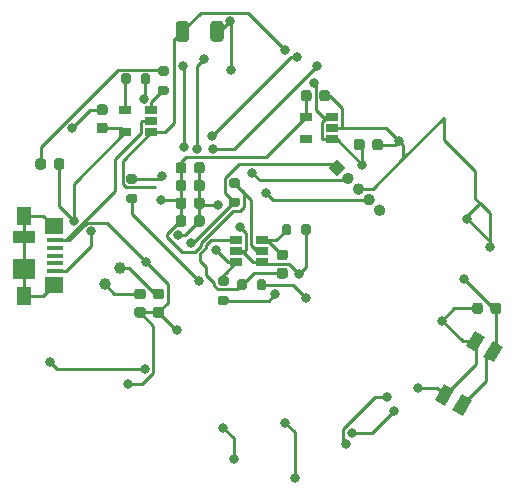
<source format=gbr>
%TF.GenerationSoftware,KiCad,Pcbnew,5.1.8-1.fc33*%
%TF.CreationDate,2020-12-25T13:36:26+01:00*%
%TF.ProjectId,lightring,6c696768-7472-4696-9e67-2e6b69636164,rev?*%
%TF.SameCoordinates,Original*%
%TF.FileFunction,Copper,L2,Bot*%
%TF.FilePolarity,Positive*%
%FSLAX46Y46*%
G04 Gerber Fmt 4.6, Leading zero omitted, Abs format (unit mm)*
G04 Created by KiCad (PCBNEW 5.1.8-1.fc33) date 2020-12-25 13:36:26*
%MOMM*%
%LPD*%
G01*
G04 APERTURE LIST*
%TA.AperFunction,SMDPad,CuDef*%
%ADD10C,0.100000*%
%TD*%
%TA.AperFunction,ComponentPad*%
%ADD11C,1.000000*%
%TD*%
%TA.AperFunction,ComponentPad*%
%ADD12C,0.100000*%
%TD*%
%TA.AperFunction,SMDPad,CuDef*%
%ADD13R,1.900000X1.000000*%
%TD*%
%TA.AperFunction,SMDPad,CuDef*%
%ADD14R,1.900000X1.800000*%
%TD*%
%TA.AperFunction,SMDPad,CuDef*%
%ADD15R,1.300000X1.650000*%
%TD*%
%TA.AperFunction,SMDPad,CuDef*%
%ADD16R,1.550000X1.425000*%
%TD*%
%TA.AperFunction,SMDPad,CuDef*%
%ADD17R,1.380000X0.450000*%
%TD*%
%TA.AperFunction,SMDPad,CuDef*%
%ADD18R,1.060000X0.650000*%
%TD*%
%TA.AperFunction,ViaPad*%
%ADD19C,0.800000*%
%TD*%
%TA.AperFunction,Conductor*%
%ADD20C,0.250000*%
%TD*%
G04 APERTURE END LIST*
%TA.AperFunction,SMDPad,CuDef*%
D10*
%TO.P,SW2,1*%
%TO.N,SET*%
G36*
X189353109Y-87130513D02*
G01*
X190219135Y-87630513D01*
X189444135Y-88972853D01*
X188578109Y-88472853D01*
X189353109Y-87130513D01*
G37*
%TD.AperFunction*%
%TA.AperFunction,SMDPad,CuDef*%
G36*
X186728109Y-91677147D02*
G01*
X187594135Y-92177147D01*
X186819135Y-93519487D01*
X185953109Y-93019487D01*
X186728109Y-91677147D01*
G37*
%TD.AperFunction*%
%TA.AperFunction,SMDPad,CuDef*%
%TO.P,SW2,2*%
%TO.N,GND*%
G36*
X185255865Y-90827147D02*
G01*
X186121891Y-91327147D01*
X185346891Y-92669487D01*
X184480865Y-92169487D01*
X185255865Y-90827147D01*
G37*
%TD.AperFunction*%
%TA.AperFunction,SMDPad,CuDef*%
G36*
X187880865Y-86280513D02*
G01*
X188746891Y-86780513D01*
X187971891Y-88122853D01*
X187105865Y-87622853D01*
X187880865Y-86280513D01*
G37*
%TD.AperFunction*%
%TD*%
D11*
%TO.P,Y1,2*%
%TO.N,XTAL2*%
X157843503Y-81006497D03*
%TO.P,Y1,1*%
%TO.N,XTAL1*%
X156500000Y-82350000D03*
%TD*%
%TO.P,J1,5*%
%TO.N,VCC*%
%TA.AperFunction,ComponentPad*%
G36*
G01*
X179438549Y-76445655D02*
X179438549Y-76445655D01*
G75*
G02*
X179438549Y-75738549I353553J353553D01*
G01*
X179438549Y-75738549D01*
G75*
G02*
X180145655Y-75738549I353553J-353553D01*
G01*
X180145655Y-75738549D01*
G75*
G02*
X180145655Y-76445655I-353553J-353553D01*
G01*
X180145655Y-76445655D01*
G75*
G02*
X179438549Y-76445655I-353553J353553D01*
G01*
G37*
%TD.AperFunction*%
%TO.P,J1,4*%
%TO.N,SWCLK*%
%TA.AperFunction,ComponentPad*%
G36*
G01*
X178540524Y-75547630D02*
X178540524Y-75547630D01*
G75*
G02*
X178540524Y-74840524I353553J353553D01*
G01*
X178540524Y-74840524D01*
G75*
G02*
X179247630Y-74840524I353553J-353553D01*
G01*
X179247630Y-74840524D01*
G75*
G02*
X179247630Y-75547630I-353553J-353553D01*
G01*
X179247630Y-75547630D01*
G75*
G02*
X178540524Y-75547630I-353553J353553D01*
G01*
G37*
%TD.AperFunction*%
%TO.P,J1,3*%
%TO.N,GND*%
%TA.AperFunction,ComponentPad*%
G36*
G01*
X177642498Y-74649604D02*
X177642498Y-74649604D01*
G75*
G02*
X177642498Y-73942498I353553J353553D01*
G01*
X177642498Y-73942498D01*
G75*
G02*
X178349604Y-73942498I353553J-353553D01*
G01*
X178349604Y-73942498D01*
G75*
G02*
X178349604Y-74649604I-353553J-353553D01*
G01*
X178349604Y-74649604D01*
G75*
G02*
X177642498Y-74649604I-353553J353553D01*
G01*
G37*
%TD.AperFunction*%
%TO.P,J1,2*%
%TO.N,SWDIO*%
%TA.AperFunction,ComponentPad*%
G36*
G01*
X176744473Y-73751579D02*
X176744473Y-73751579D01*
G75*
G02*
X176744473Y-73044473I353553J353553D01*
G01*
X176744473Y-73044473D01*
G75*
G02*
X177451579Y-73044473I353553J-353553D01*
G01*
X177451579Y-73044473D01*
G75*
G02*
X177451579Y-73751579I-353553J-353553D01*
G01*
X177451579Y-73751579D01*
G75*
G02*
X176744473Y-73751579I-353553J353553D01*
G01*
G37*
%TD.AperFunction*%
%TA.AperFunction,ComponentPad*%
D12*
%TO.P,J1,1*%
%TO.N,Net-(J1-Pad1)*%
G36*
X176200000Y-73207107D02*
G01*
X175492893Y-72500000D01*
X176200000Y-71792893D01*
X176907107Y-72500000D01*
X176200000Y-73207107D01*
G37*
%TD.AperFunction*%
%TD*%
%TO.P,BT1,2*%
%TO.N,GND*%
%TA.AperFunction,SMDPad,CuDef*%
G36*
G01*
X165456440Y-61569761D02*
X165456440Y-60319759D01*
G75*
G02*
X165706439Y-60069760I249999J0D01*
G01*
X166331441Y-60069760D01*
G75*
G02*
X166581440Y-60319759I0J-249999D01*
G01*
X166581440Y-61569761D01*
G75*
G02*
X166331441Y-61819760I-249999J0D01*
G01*
X165706439Y-61819760D01*
G75*
G02*
X165456440Y-61569761I0J249999D01*
G01*
G37*
%TD.AperFunction*%
%TO.P,BT1,1*%
%TO.N,VCC*%
%TA.AperFunction,SMDPad,CuDef*%
G36*
G01*
X162531440Y-61569761D02*
X162531440Y-60319759D01*
G75*
G02*
X162781439Y-60069760I249999J0D01*
G01*
X163406441Y-60069760D01*
G75*
G02*
X163656440Y-60319759I0J-249999D01*
G01*
X163656440Y-61569761D01*
G75*
G02*
X163406441Y-61819760I-249999J0D01*
G01*
X162781439Y-61819760D01*
G75*
G02*
X162531440Y-61569761I0J249999D01*
G01*
G37*
%TD.AperFunction*%
%TD*%
%TO.P,C1,2*%
%TO.N,GND*%
%TA.AperFunction,SMDPad,CuDef*%
G36*
G01*
X159250000Y-84275000D02*
X159750000Y-84275000D01*
G75*
G02*
X159975000Y-84500000I0J-225000D01*
G01*
X159975000Y-84950000D01*
G75*
G02*
X159750000Y-85175000I-225000J0D01*
G01*
X159250000Y-85175000D01*
G75*
G02*
X159025000Y-84950000I0J225000D01*
G01*
X159025000Y-84500000D01*
G75*
G02*
X159250000Y-84275000I225000J0D01*
G01*
G37*
%TD.AperFunction*%
%TO.P,C1,1*%
%TO.N,XTAL1*%
%TA.AperFunction,SMDPad,CuDef*%
G36*
G01*
X159250000Y-82725000D02*
X159750000Y-82725000D01*
G75*
G02*
X159975000Y-82950000I0J-225000D01*
G01*
X159975000Y-83400000D01*
G75*
G02*
X159750000Y-83625000I-225000J0D01*
G01*
X159250000Y-83625000D01*
G75*
G02*
X159025000Y-83400000I0J225000D01*
G01*
X159025000Y-82950000D01*
G75*
G02*
X159250000Y-82725000I225000J0D01*
G01*
G37*
%TD.AperFunction*%
%TD*%
%TO.P,C2,2*%
%TO.N,GND*%
%TA.AperFunction,SMDPad,CuDef*%
G36*
G01*
X164075000Y-75750000D02*
X164075000Y-75250000D01*
G75*
G02*
X164300000Y-75025000I225000J0D01*
G01*
X164750000Y-75025000D01*
G75*
G02*
X164975000Y-75250000I0J-225000D01*
G01*
X164975000Y-75750000D01*
G75*
G02*
X164750000Y-75975000I-225000J0D01*
G01*
X164300000Y-75975000D01*
G75*
G02*
X164075000Y-75750000I0J225000D01*
G01*
G37*
%TD.AperFunction*%
%TO.P,C2,1*%
%TO.N,+3V3*%
%TA.AperFunction,SMDPad,CuDef*%
G36*
G01*
X162525000Y-75750000D02*
X162525000Y-75250000D01*
G75*
G02*
X162750000Y-75025000I225000J0D01*
G01*
X163200000Y-75025000D01*
G75*
G02*
X163425000Y-75250000I0J-225000D01*
G01*
X163425000Y-75750000D01*
G75*
G02*
X163200000Y-75975000I-225000J0D01*
G01*
X162750000Y-75975000D01*
G75*
G02*
X162525000Y-75750000I0J225000D01*
G01*
G37*
%TD.AperFunction*%
%TD*%
%TO.P,C4,2*%
%TO.N,SET*%
%TA.AperFunction,SMDPad,CuDef*%
G36*
G01*
X189175000Y-84650000D02*
X189175000Y-84150000D01*
G75*
G02*
X189400000Y-83925000I225000J0D01*
G01*
X189850000Y-83925000D01*
G75*
G02*
X190075000Y-84150000I0J-225000D01*
G01*
X190075000Y-84650000D01*
G75*
G02*
X189850000Y-84875000I-225000J0D01*
G01*
X189400000Y-84875000D01*
G75*
G02*
X189175000Y-84650000I0J225000D01*
G01*
G37*
%TD.AperFunction*%
%TO.P,C4,1*%
%TO.N,GND*%
%TA.AperFunction,SMDPad,CuDef*%
G36*
G01*
X187625000Y-84650000D02*
X187625000Y-84150000D01*
G75*
G02*
X187850000Y-83925000I225000J0D01*
G01*
X188300000Y-83925000D01*
G75*
G02*
X188525000Y-84150000I0J-225000D01*
G01*
X188525000Y-84650000D01*
G75*
G02*
X188300000Y-84875000I-225000J0D01*
G01*
X187850000Y-84875000D01*
G75*
G02*
X187625000Y-84650000I0J225000D01*
G01*
G37*
%TD.AperFunction*%
%TD*%
%TO.P,C5,2*%
%TO.N,GND*%
%TA.AperFunction,SMDPad,CuDef*%
G36*
G01*
X160800000Y-84275000D02*
X161300000Y-84275000D01*
G75*
G02*
X161525000Y-84500000I0J-225000D01*
G01*
X161525000Y-84950000D01*
G75*
G02*
X161300000Y-85175000I-225000J0D01*
G01*
X160800000Y-85175000D01*
G75*
G02*
X160575000Y-84950000I0J225000D01*
G01*
X160575000Y-84500000D01*
G75*
G02*
X160800000Y-84275000I225000J0D01*
G01*
G37*
%TD.AperFunction*%
%TO.P,C5,1*%
%TO.N,XTAL2*%
%TA.AperFunction,SMDPad,CuDef*%
G36*
G01*
X160800000Y-82725000D02*
X161300000Y-82725000D01*
G75*
G02*
X161525000Y-82950000I0J-225000D01*
G01*
X161525000Y-83400000D01*
G75*
G02*
X161300000Y-83625000I-225000J0D01*
G01*
X160800000Y-83625000D01*
G75*
G02*
X160575000Y-83400000I0J225000D01*
G01*
X160575000Y-82950000D01*
G75*
G02*
X160800000Y-82725000I225000J0D01*
G01*
G37*
%TD.AperFunction*%
%TD*%
%TO.P,C6,2*%
%TO.N,GND*%
%TA.AperFunction,SMDPad,CuDef*%
G36*
G01*
X164075000Y-77250000D02*
X164075000Y-76750000D01*
G75*
G02*
X164300000Y-76525000I225000J0D01*
G01*
X164750000Y-76525000D01*
G75*
G02*
X164975000Y-76750000I0J-225000D01*
G01*
X164975000Y-77250000D01*
G75*
G02*
X164750000Y-77475000I-225000J0D01*
G01*
X164300000Y-77475000D01*
G75*
G02*
X164075000Y-77250000I0J225000D01*
G01*
G37*
%TD.AperFunction*%
%TO.P,C6,1*%
%TO.N,+3V3*%
%TA.AperFunction,SMDPad,CuDef*%
G36*
G01*
X162525000Y-77250000D02*
X162525000Y-76750000D01*
G75*
G02*
X162750000Y-76525000I225000J0D01*
G01*
X163200000Y-76525000D01*
G75*
G02*
X163425000Y-76750000I0J-225000D01*
G01*
X163425000Y-77250000D01*
G75*
G02*
X163200000Y-77475000I-225000J0D01*
G01*
X162750000Y-77475000D01*
G75*
G02*
X162525000Y-77250000I0J225000D01*
G01*
G37*
%TD.AperFunction*%
%TD*%
%TO.P,C7,2*%
%TO.N,GND*%
%TA.AperFunction,SMDPad,CuDef*%
G36*
G01*
X164075000Y-72750000D02*
X164075000Y-72250000D01*
G75*
G02*
X164300000Y-72025000I225000J0D01*
G01*
X164750000Y-72025000D01*
G75*
G02*
X164975000Y-72250000I0J-225000D01*
G01*
X164975000Y-72750000D01*
G75*
G02*
X164750000Y-72975000I-225000J0D01*
G01*
X164300000Y-72975000D01*
G75*
G02*
X164075000Y-72750000I0J225000D01*
G01*
G37*
%TD.AperFunction*%
%TO.P,C7,1*%
%TO.N,+3V3*%
%TA.AperFunction,SMDPad,CuDef*%
G36*
G01*
X162525000Y-72750000D02*
X162525000Y-72250000D01*
G75*
G02*
X162750000Y-72025000I225000J0D01*
G01*
X163200000Y-72025000D01*
G75*
G02*
X163425000Y-72250000I0J-225000D01*
G01*
X163425000Y-72750000D01*
G75*
G02*
X163200000Y-72975000I-225000J0D01*
G01*
X162750000Y-72975000D01*
G75*
G02*
X162525000Y-72750000I0J225000D01*
G01*
G37*
%TD.AperFunction*%
%TD*%
%TO.P,C8,2*%
%TO.N,GND*%
%TA.AperFunction,SMDPad,CuDef*%
G36*
G01*
X164075000Y-74250000D02*
X164075000Y-73750000D01*
G75*
G02*
X164300000Y-73525000I225000J0D01*
G01*
X164750000Y-73525000D01*
G75*
G02*
X164975000Y-73750000I0J-225000D01*
G01*
X164975000Y-74250000D01*
G75*
G02*
X164750000Y-74475000I-225000J0D01*
G01*
X164300000Y-74475000D01*
G75*
G02*
X164075000Y-74250000I0J225000D01*
G01*
G37*
%TD.AperFunction*%
%TO.P,C8,1*%
%TO.N,+3V3*%
%TA.AperFunction,SMDPad,CuDef*%
G36*
G01*
X162525000Y-74250000D02*
X162525000Y-73750000D01*
G75*
G02*
X162750000Y-73525000I225000J0D01*
G01*
X163200000Y-73525000D01*
G75*
G02*
X163425000Y-73750000I0J-225000D01*
G01*
X163425000Y-74250000D01*
G75*
G02*
X163200000Y-74475000I-225000J0D01*
G01*
X162750000Y-74475000D01*
G75*
G02*
X162525000Y-74250000I0J225000D01*
G01*
G37*
%TD.AperFunction*%
%TD*%
%TO.P,C9,2*%
%TO.N,GND*%
%TA.AperFunction,SMDPad,CuDef*%
G36*
G01*
X156543820Y-68031480D02*
X156043820Y-68031480D01*
G75*
G02*
X155818820Y-67806480I0J225000D01*
G01*
X155818820Y-67356480D01*
G75*
G02*
X156043820Y-67131480I225000J0D01*
G01*
X156543820Y-67131480D01*
G75*
G02*
X156768820Y-67356480I0J-225000D01*
G01*
X156768820Y-67806480D01*
G75*
G02*
X156543820Y-68031480I-225000J0D01*
G01*
G37*
%TD.AperFunction*%
%TO.P,C9,1*%
%TO.N,+5V*%
%TA.AperFunction,SMDPad,CuDef*%
G36*
G01*
X156543820Y-69581480D02*
X156043820Y-69581480D01*
G75*
G02*
X155818820Y-69356480I0J225000D01*
G01*
X155818820Y-68906480D01*
G75*
G02*
X156043820Y-68681480I225000J0D01*
G01*
X156543820Y-68681480D01*
G75*
G02*
X156768820Y-68906480I0J-225000D01*
G01*
X156768820Y-69356480D01*
G75*
G02*
X156543820Y-69581480I-225000J0D01*
G01*
G37*
%TD.AperFunction*%
%TD*%
%TO.P,C10,2*%
%TO.N,GND*%
%TA.AperFunction,SMDPad,CuDef*%
G36*
G01*
X174675680Y-66650680D02*
X174675680Y-66150680D01*
G75*
G02*
X174900680Y-65925680I225000J0D01*
G01*
X175350680Y-65925680D01*
G75*
G02*
X175575680Y-66150680I0J-225000D01*
G01*
X175575680Y-66650680D01*
G75*
G02*
X175350680Y-66875680I-225000J0D01*
G01*
X174900680Y-66875680D01*
G75*
G02*
X174675680Y-66650680I0J225000D01*
G01*
G37*
%TD.AperFunction*%
%TO.P,C10,1*%
%TO.N,+3V3*%
%TA.AperFunction,SMDPad,CuDef*%
G36*
G01*
X173125680Y-66650680D02*
X173125680Y-66150680D01*
G75*
G02*
X173350680Y-65925680I225000J0D01*
G01*
X173800680Y-65925680D01*
G75*
G02*
X174025680Y-66150680I0J-225000D01*
G01*
X174025680Y-66650680D01*
G75*
G02*
X173800680Y-66875680I-225000J0D01*
G01*
X173350680Y-66875680D01*
G75*
G02*
X173125680Y-66650680I0J225000D01*
G01*
G37*
%TD.AperFunction*%
%TD*%
%TO.P,C11,2*%
%TO.N,Net-(C11-Pad2)*%
%TA.AperFunction,SMDPad,CuDef*%
G36*
G01*
X171796520Y-80320000D02*
X171296520Y-80320000D01*
G75*
G02*
X171071520Y-80095000I0J225000D01*
G01*
X171071520Y-79645000D01*
G75*
G02*
X171296520Y-79420000I225000J0D01*
G01*
X171796520Y-79420000D01*
G75*
G02*
X172021520Y-79645000I0J-225000D01*
G01*
X172021520Y-80095000D01*
G75*
G02*
X171796520Y-80320000I-225000J0D01*
G01*
G37*
%TD.AperFunction*%
%TO.P,C11,1*%
%TO.N,Net-(C11-Pad1)*%
%TA.AperFunction,SMDPad,CuDef*%
G36*
G01*
X171796520Y-81870000D02*
X171296520Y-81870000D01*
G75*
G02*
X171071520Y-81645000I0J225000D01*
G01*
X171071520Y-81195000D01*
G75*
G02*
X171296520Y-80970000I225000J0D01*
G01*
X171796520Y-80970000D01*
G75*
G02*
X172021520Y-81195000I0J-225000D01*
G01*
X172021520Y-81645000D01*
G75*
G02*
X171796520Y-81870000I-225000J0D01*
G01*
G37*
%TD.AperFunction*%
%TD*%
%TO.P,C12,2*%
%TO.N,GND*%
%TA.AperFunction,SMDPad,CuDef*%
G36*
G01*
X179166700Y-70780720D02*
X179166700Y-70280720D01*
G75*
G02*
X179391700Y-70055720I225000J0D01*
G01*
X179841700Y-70055720D01*
G75*
G02*
X180066700Y-70280720I0J-225000D01*
G01*
X180066700Y-70780720D01*
G75*
G02*
X179841700Y-71005720I-225000J0D01*
G01*
X179391700Y-71005720D01*
G75*
G02*
X179166700Y-70780720I0J225000D01*
G01*
G37*
%TD.AperFunction*%
%TO.P,C12,1*%
%TO.N,VCC*%
%TA.AperFunction,SMDPad,CuDef*%
G36*
G01*
X177616700Y-70780720D02*
X177616700Y-70280720D01*
G75*
G02*
X177841700Y-70055720I225000J0D01*
G01*
X178291700Y-70055720D01*
G75*
G02*
X178516700Y-70280720I0J-225000D01*
G01*
X178516700Y-70780720D01*
G75*
G02*
X178291700Y-71005720I-225000J0D01*
G01*
X177841700Y-71005720D01*
G75*
G02*
X177616700Y-70780720I0J225000D01*
G01*
G37*
%TD.AperFunction*%
%TD*%
%TO.P,D44,2*%
%TO.N,+5V*%
%TA.AperFunction,SMDPad,CuDef*%
G36*
G01*
X152221780Y-72427810D02*
X152221780Y-71915310D01*
G75*
G02*
X152440530Y-71696560I218750J0D01*
G01*
X152878030Y-71696560D01*
G75*
G02*
X153096780Y-71915310I0J-218750D01*
G01*
X153096780Y-72427810D01*
G75*
G02*
X152878030Y-72646560I-218750J0D01*
G01*
X152440530Y-72646560D01*
G75*
G02*
X152221780Y-72427810I0J218750D01*
G01*
G37*
%TD.AperFunction*%
%TO.P,D44,1*%
%TO.N,Net-(D44-Pad1)*%
%TA.AperFunction,SMDPad,CuDef*%
G36*
G01*
X150646780Y-72427810D02*
X150646780Y-71915310D01*
G75*
G02*
X150865530Y-71696560I218750J0D01*
G01*
X151303030Y-71696560D01*
G75*
G02*
X151521780Y-71915310I0J-218750D01*
G01*
X151521780Y-72427810D01*
G75*
G02*
X151303030Y-72646560I-218750J0D01*
G01*
X150865530Y-72646560D01*
G75*
G02*
X150646780Y-72427810I0J218750D01*
G01*
G37*
%TD.AperFunction*%
%TD*%
D13*
%TO.P,J2,6*%
%TO.N,Net-(J2-Pad6)*%
X149637900Y-78386340D03*
D14*
X149637900Y-81086340D03*
D15*
X149637900Y-76561340D03*
X149637900Y-83311340D03*
D16*
X152212900Y-77448840D03*
X152212900Y-82423840D03*
D17*
%TO.P,J2,5*%
%TO.N,GND*%
X152297900Y-78636340D03*
%TO.P,J2,4*%
%TO.N,Net-(J2-Pad4)*%
X152297900Y-79286340D03*
%TO.P,J2,3*%
%TO.N,Net-(J2-Pad3)*%
X152297900Y-79936340D03*
%TO.P,J2,2*%
%TO.N,Net-(J2-Pad2)*%
X152297900Y-80586340D03*
%TO.P,J2,1*%
%TO.N,+5V*%
X152297900Y-81236340D03*
%TD*%
%TO.P,R43,2*%
%TO.N,Net-(J1-Pad1)*%
%TA.AperFunction,SMDPad,CuDef*%
G36*
G01*
X167225000Y-75025000D02*
X167775000Y-75025000D01*
G75*
G02*
X167975000Y-75225000I0J-200000D01*
G01*
X167975000Y-75625000D01*
G75*
G02*
X167775000Y-75825000I-200000J0D01*
G01*
X167225000Y-75825000D01*
G75*
G02*
X167025000Y-75625000I0J200000D01*
G01*
X167025000Y-75225000D01*
G75*
G02*
X167225000Y-75025000I200000J0D01*
G01*
G37*
%TD.AperFunction*%
%TO.P,R43,1*%
%TO.N,+3V3*%
%TA.AperFunction,SMDPad,CuDef*%
G36*
G01*
X167225000Y-73375000D02*
X167775000Y-73375000D01*
G75*
G02*
X167975000Y-73575000I0J-200000D01*
G01*
X167975000Y-73975000D01*
G75*
G02*
X167775000Y-74175000I-200000J0D01*
G01*
X167225000Y-74175000D01*
G75*
G02*
X167025000Y-73975000I0J200000D01*
G01*
X167025000Y-73575000D01*
G75*
G02*
X167225000Y-73375000I200000J0D01*
G01*
G37*
%TD.AperFunction*%
%TD*%
%TO.P,R44,2*%
%TO.N,Net-(D43-Pad2)*%
%TA.AperFunction,SMDPad,CuDef*%
G36*
G01*
X158525000Y-74700000D02*
X159075000Y-74700000D01*
G75*
G02*
X159275000Y-74900000I0J-200000D01*
G01*
X159275000Y-75300000D01*
G75*
G02*
X159075000Y-75500000I-200000J0D01*
G01*
X158525000Y-75500000D01*
G75*
G02*
X158325000Y-75300000I0J200000D01*
G01*
X158325000Y-74900000D01*
G75*
G02*
X158525000Y-74700000I200000J0D01*
G01*
G37*
%TD.AperFunction*%
%TO.P,R44,1*%
%TO.N,WORK*%
%TA.AperFunction,SMDPad,CuDef*%
G36*
G01*
X158525000Y-73050000D02*
X159075000Y-73050000D01*
G75*
G02*
X159275000Y-73250000I0J-200000D01*
G01*
X159275000Y-73650000D01*
G75*
G02*
X159075000Y-73850000I-200000J0D01*
G01*
X158525000Y-73850000D01*
G75*
G02*
X158325000Y-73650000I0J200000D01*
G01*
X158325000Y-73250000D01*
G75*
G02*
X158525000Y-73050000I200000J0D01*
G01*
G37*
%TD.AperFunction*%
%TD*%
%TO.P,R45,2*%
%TO.N,GND*%
%TA.AperFunction,SMDPad,CuDef*%
G36*
G01*
X159561080Y-65243120D02*
X159561080Y-64693120D01*
G75*
G02*
X159761080Y-64493120I200000J0D01*
G01*
X160161080Y-64493120D01*
G75*
G02*
X160361080Y-64693120I0J-200000D01*
G01*
X160361080Y-65243120D01*
G75*
G02*
X160161080Y-65443120I-200000J0D01*
G01*
X159761080Y-65443120D01*
G75*
G02*
X159561080Y-65243120I0J200000D01*
G01*
G37*
%TD.AperFunction*%
%TO.P,R45,1*%
%TO.N,Net-(R45-Pad1)*%
%TA.AperFunction,SMDPad,CuDef*%
G36*
G01*
X157911080Y-65243120D02*
X157911080Y-64693120D01*
G75*
G02*
X158111080Y-64493120I200000J0D01*
G01*
X158511080Y-64493120D01*
G75*
G02*
X158711080Y-64693120I0J-200000D01*
G01*
X158711080Y-65243120D01*
G75*
G02*
X158511080Y-65443120I-200000J0D01*
G01*
X158111080Y-65443120D01*
G75*
G02*
X157911080Y-65243120I0J200000D01*
G01*
G37*
%TD.AperFunction*%
%TD*%
%TO.P,R46,2*%
%TO.N,GND*%
%TA.AperFunction,SMDPad,CuDef*%
G36*
G01*
X166285000Y-83335000D02*
X166835000Y-83335000D01*
G75*
G02*
X167035000Y-83535000I0J-200000D01*
G01*
X167035000Y-83935000D01*
G75*
G02*
X166835000Y-84135000I-200000J0D01*
G01*
X166285000Y-84135000D01*
G75*
G02*
X166085000Y-83935000I0J200000D01*
G01*
X166085000Y-83535000D01*
G75*
G02*
X166285000Y-83335000I200000J0D01*
G01*
G37*
%TD.AperFunction*%
%TO.P,R46,1*%
%TO.N,TOUCH*%
%TA.AperFunction,SMDPad,CuDef*%
G36*
G01*
X166285000Y-81685000D02*
X166835000Y-81685000D01*
G75*
G02*
X167035000Y-81885000I0J-200000D01*
G01*
X167035000Y-82285000D01*
G75*
G02*
X166835000Y-82485000I-200000J0D01*
G01*
X166285000Y-82485000D01*
G75*
G02*
X166085000Y-82285000I0J200000D01*
G01*
X166085000Y-81885000D01*
G75*
G02*
X166285000Y-81685000I200000J0D01*
G01*
G37*
%TD.AperFunction*%
%TD*%
%TO.P,R47,2*%
%TO.N,GND*%
%TA.AperFunction,SMDPad,CuDef*%
G36*
G01*
X173158200Y-78011700D02*
X173158200Y-77461700D01*
G75*
G02*
X173358200Y-77261700I200000J0D01*
G01*
X173758200Y-77261700D01*
G75*
G02*
X173958200Y-77461700I0J-200000D01*
G01*
X173958200Y-78011700D01*
G75*
G02*
X173758200Y-78211700I-200000J0D01*
G01*
X173358200Y-78211700D01*
G75*
G02*
X173158200Y-78011700I0J200000D01*
G01*
G37*
%TD.AperFunction*%
%TO.P,R47,1*%
%TO.N,Net-(C11-Pad2)*%
%TA.AperFunction,SMDPad,CuDef*%
G36*
G01*
X171508200Y-78011700D02*
X171508200Y-77461700D01*
G75*
G02*
X171708200Y-77261700I200000J0D01*
G01*
X172108200Y-77261700D01*
G75*
G02*
X172308200Y-77461700I0J-200000D01*
G01*
X172308200Y-78011700D01*
G75*
G02*
X172108200Y-78211700I-200000J0D01*
G01*
X171708200Y-78211700D01*
G75*
G02*
X171508200Y-78011700I0J200000D01*
G01*
G37*
%TD.AperFunction*%
%TD*%
%TO.P,R48,2*%
%TO.N,Net-(D44-Pad1)*%
%TA.AperFunction,SMDPad,CuDef*%
G36*
G01*
X161735000Y-64695000D02*
X161185000Y-64695000D01*
G75*
G02*
X160985000Y-64495000I0J200000D01*
G01*
X160985000Y-64095000D01*
G75*
G02*
X161185000Y-63895000I200000J0D01*
G01*
X161735000Y-63895000D01*
G75*
G02*
X161935000Y-64095000I0J-200000D01*
G01*
X161935000Y-64495000D01*
G75*
G02*
X161735000Y-64695000I-200000J0D01*
G01*
G37*
%TD.AperFunction*%
%TO.P,R48,1*%
%TO.N,Net-(R48-Pad1)*%
%TA.AperFunction,SMDPad,CuDef*%
G36*
G01*
X161735000Y-66345000D02*
X161185000Y-66345000D01*
G75*
G02*
X160985000Y-66145000I0J200000D01*
G01*
X160985000Y-65745000D01*
G75*
G02*
X161185000Y-65545000I200000J0D01*
G01*
X161735000Y-65545000D01*
G75*
G02*
X161935000Y-65745000I0J-200000D01*
G01*
X161935000Y-66145000D01*
G75*
G02*
X161735000Y-66345000I-200000J0D01*
G01*
G37*
%TD.AperFunction*%
%TD*%
%TO.P,R49,2*%
%TO.N,Net-(C11-Pad1)*%
%TA.AperFunction,SMDPad,CuDef*%
G36*
G01*
X168533260Y-82127680D02*
X168533260Y-82677680D01*
G75*
G02*
X168333260Y-82877680I-200000J0D01*
G01*
X167933260Y-82877680D01*
G75*
G02*
X167733260Y-82677680I0J200000D01*
G01*
X167733260Y-82127680D01*
G75*
G02*
X167933260Y-81927680I200000J0D01*
G01*
X168333260Y-81927680D01*
G75*
G02*
X168533260Y-82127680I0J-200000D01*
G01*
G37*
%TD.AperFunction*%
%TO.P,R49,1*%
%TO.N,Net-(J3-Pad1)*%
%TA.AperFunction,SMDPad,CuDef*%
G36*
G01*
X170183260Y-82127680D02*
X170183260Y-82677680D01*
G75*
G02*
X169983260Y-82877680I-200000J0D01*
G01*
X169583260Y-82877680D01*
G75*
G02*
X169383260Y-82677680I0J200000D01*
G01*
X169383260Y-82127680D01*
G75*
G02*
X169583260Y-81927680I200000J0D01*
G01*
X169983260Y-81927680D01*
G75*
G02*
X170183260Y-82127680I0J-200000D01*
G01*
G37*
%TD.AperFunction*%
%TD*%
D18*
%TO.P,U2,5*%
%TO.N,Net-(R45-Pad1)*%
X158251980Y-67581740D03*
%TO.P,U2,4*%
%TO.N,+5V*%
X158251980Y-69481740D03*
%TO.P,U2,3*%
%TO.N,VCC*%
X160451980Y-69481740D03*
%TO.P,U2,2*%
%TO.N,GND*%
X160451980Y-68531740D03*
%TO.P,U2,1*%
%TO.N,Net-(R48-Pad1)*%
X160451980Y-67581740D03*
%TD*%
%TO.P,U3,5*%
%TO.N,+3V3*%
X169852520Y-79537560D03*
%TO.P,U3,6*%
%TO.N,GND*%
X169852520Y-80487560D03*
%TO.P,U3,4*%
%TO.N,Net-(C11-Pad2)*%
X169852520Y-78587560D03*
%TO.P,U3,3*%
%TO.N,Net-(C11-Pad1)*%
X167652520Y-78587560D03*
%TO.P,U3,2*%
%TO.N,GND*%
X167652520Y-79537560D03*
%TO.P,U3,1*%
%TO.N,TOUCH*%
X167652520Y-80487560D03*
%TD*%
%TO.P,U4,5*%
%TO.N,+3V3*%
X173578340Y-68198960D03*
%TO.P,U4,4*%
%TO.N,Net-(U4-Pad4)*%
X173578340Y-70098960D03*
%TO.P,U4,3*%
%TO.N,VCC*%
X175778340Y-70098960D03*
%TO.P,U4,2*%
%TO.N,GND*%
X175778340Y-69148960D03*
%TO.P,U4,1*%
%TO.N,VCC*%
X175778340Y-68198960D03*
%TD*%
D19*
%TO.N,VCC*%
X178330860Y-72240140D03*
X174259240Y-65310001D03*
X171759880Y-62491620D03*
%TO.N,GND*%
X181400000Y-70200000D03*
X162700000Y-78200000D03*
X160000000Y-80500000D03*
X167200000Y-64200000D03*
X167100000Y-60100000D03*
X189100000Y-79200000D03*
X185069142Y-85430858D03*
X183000000Y-91100000D03*
X172600000Y-98800000D03*
X171800000Y-94100000D03*
X158500000Y-90800000D03*
X187200000Y-76800000D03*
X162600000Y-86200000D03*
X172951140Y-81485740D03*
X170954267Y-83223100D03*
X167942260Y-77470000D03*
X166123620Y-75664060D03*
X153730960Y-69141340D03*
X159820885Y-66638784D03*
%TO.N,SET*%
X186900000Y-81900000D03*
%TO.N,M1*%
X165600000Y-69800000D03*
X172800000Y-63100000D03*
%TO.N,M2*%
X165700000Y-70900000D03*
X174500000Y-63900000D03*
%TO.N,M13*%
X180451760Y-91897200D03*
X176959260Y-95867220D03*
%TO.N,M15*%
X166565580Y-94526100D03*
X167439340Y-97165160D03*
%TO.N,M20*%
X159900000Y-89500000D03*
X151900000Y-88900000D03*
%TO.N,M28*%
X163200000Y-70700000D03*
X163100000Y-63900000D03*
%TO.N,M29*%
X164300000Y-70900000D03*
X164900000Y-63300000D03*
%TO.N,H5*%
X180996440Y-93096080D03*
X177416460Y-94960440D03*
%TO.N,SWDIO*%
X169000000Y-72900000D03*
%TO.N,SWCLK*%
X170200000Y-74600000D03*
%TO.N,Net-(J1-Pad1)*%
X163800000Y-78900000D03*
%TO.N,Net-(D43-Pad2)*%
X164500000Y-82100000D03*
%TO.N,WORK*%
X161400000Y-73200000D03*
%TO.N,+3V3*%
X161300160Y-75209400D03*
%TO.N,+5V*%
X155315920Y-77889100D03*
X153895479Y-76981739D03*
%TO.N,Net-(J3-Pad1)*%
X173560740Y-83532980D03*
%TO.N,TOUCH*%
X165940740Y-79451200D03*
%TD*%
D20*
%TO.N,VCC*%
X176189680Y-70098960D02*
X178330860Y-72240140D01*
X175778340Y-70098960D02*
X176189680Y-70098960D01*
X174998340Y-70098960D02*
X175778340Y-70098960D01*
X174943339Y-70043959D02*
X174998340Y-70098960D01*
X174943339Y-68579959D02*
X174943339Y-70043959D01*
X175324338Y-68198960D02*
X174943339Y-68579959D01*
X175778340Y-68198960D02*
X175324338Y-68198960D01*
X178330860Y-70794880D02*
X178066700Y-70530720D01*
X178330860Y-72240140D02*
X178330860Y-70794880D01*
X174370670Y-65421431D02*
X174259240Y-65310001D01*
X174370670Y-67571290D02*
X174370670Y-65421431D01*
X174998340Y-68198960D02*
X174370670Y-67571290D01*
X175778340Y-68198960D02*
X174998340Y-68198960D01*
X164643701Y-59394999D02*
X163093940Y-60944760D01*
X168663259Y-59394999D02*
X164643701Y-59394999D01*
X171759880Y-62491620D02*
X168663259Y-59394999D01*
X158323728Y-74162920D02*
X160766760Y-74162920D01*
X158019990Y-73859182D02*
X158323728Y-74162920D01*
X158019990Y-71913730D02*
X158019990Y-73859182D01*
X160451980Y-69481740D02*
X158019990Y-71913730D01*
X162394999Y-61643701D02*
X163093940Y-60944760D01*
X162394999Y-68705001D02*
X162394999Y-61643701D01*
X161618260Y-69481740D02*
X162394999Y-68705001D01*
X160451980Y-69481740D02*
X161618260Y-69481740D01*
%TO.N,GND*%
X177996051Y-74296051D02*
X179207010Y-74296051D01*
X185251378Y-70173317D02*
X187876378Y-72798317D01*
X185251378Y-68251683D02*
X185251378Y-70173317D01*
X181801530Y-70601530D02*
X181801530Y-71701530D01*
X181400000Y-70200000D02*
X181801530Y-70601530D01*
X181801530Y-71701530D02*
X185251378Y-68251683D01*
X179207010Y-74296051D02*
X181801530Y-71701530D01*
X164525000Y-72500000D02*
X164525000Y-77000000D01*
X163325000Y-78200000D02*
X164525000Y-77000000D01*
X162700000Y-78200000D02*
X163325000Y-78200000D01*
X159500000Y-84725000D02*
X161050000Y-84725000D01*
X161850010Y-82350010D02*
X160000000Y-80500000D01*
X161850010Y-83924990D02*
X161850010Y-82350010D01*
X161050000Y-84725000D02*
X161850010Y-83924990D01*
X167200000Y-60200000D02*
X167100000Y-60100000D01*
X167200000Y-64200000D02*
X167200000Y-60200000D01*
X187876378Y-75101378D02*
X188275000Y-75500000D01*
X187876378Y-72798317D02*
X187876378Y-75101378D01*
X189100000Y-76325000D02*
X188275000Y-75500000D01*
X189100000Y-79200000D02*
X189100000Y-76325000D01*
X187926378Y-89123317D02*
X185301378Y-91748317D01*
X187926378Y-87201683D02*
X187926378Y-89123317D01*
X186839967Y-87201683D02*
X185069142Y-85430858D01*
X187926378Y-87201683D02*
X186839967Y-87201683D01*
X184653061Y-91100000D02*
X185301378Y-91748317D01*
X183000000Y-91100000D02*
X184653061Y-91100000D01*
X172600000Y-94900000D02*
X172600000Y-98800000D01*
X171800000Y-94100000D02*
X172600000Y-94900000D01*
X160625001Y-85850001D02*
X159500000Y-84725000D01*
X160625001Y-89848001D02*
X160625001Y-85850001D01*
X159673002Y-90800000D02*
X160625001Y-89848001D01*
X158500000Y-90800000D02*
X159673002Y-90800000D01*
X187200000Y-76575000D02*
X188275000Y-75500000D01*
X187200000Y-76800000D02*
X187200000Y-76575000D01*
X186100000Y-84400000D02*
X185069142Y-85430858D01*
X188075000Y-84400000D02*
X186100000Y-84400000D01*
X189100000Y-78700000D02*
X189100000Y-79200000D01*
X187200000Y-76800000D02*
X189100000Y-78700000D01*
X162525000Y-86200000D02*
X161050000Y-84725000D01*
X162600000Y-86200000D02*
X162525000Y-86200000D01*
X172090410Y-80625010D02*
X172951140Y-81485740D01*
X169989970Y-80625010D02*
X172090410Y-80625010D01*
X169852520Y-80487560D02*
X169989970Y-80625010D01*
X168106522Y-79537560D02*
X167652520Y-79537560D01*
X169056522Y-80487560D02*
X168106522Y-79537560D01*
X169852520Y-80487560D02*
X169056522Y-80487560D01*
X168487521Y-78015261D02*
X167942260Y-77470000D01*
X168487521Y-79482559D02*
X168487521Y-78015261D01*
X168432520Y-79537560D02*
X168487521Y-79482559D01*
X167652520Y-79537560D02*
X168432520Y-79537560D01*
X164689060Y-75664060D02*
X164525000Y-75500000D01*
X166123620Y-75664060D02*
X164689060Y-75664060D01*
X173558200Y-80878680D02*
X172951140Y-81485740D01*
X173558200Y-77736700D02*
X173558200Y-80878680D01*
X170953767Y-83222600D02*
X170954267Y-83223100D01*
X159671980Y-68531740D02*
X160451980Y-68531740D01*
X159616979Y-68586741D02*
X159671980Y-68531740D01*
X159616979Y-69520743D02*
X159616979Y-68586741D01*
X157416979Y-71720743D02*
X159616979Y-69520743D01*
X157416979Y-74457261D02*
X157416979Y-71720743D01*
X153237900Y-78636340D02*
X157416979Y-74457261D01*
X152297900Y-78636340D02*
X153237900Y-78636340D01*
X180348960Y-69148960D02*
X181400000Y-70200000D01*
X175778340Y-69148960D02*
X180348960Y-69148960D01*
X155290820Y-67581480D02*
X156293820Y-67581480D01*
X153730960Y-69141340D02*
X155290820Y-67581480D01*
X156684099Y-77184099D02*
X160000000Y-80500000D01*
X154977519Y-77184099D02*
X156684099Y-77184099D01*
X153525278Y-78636340D02*
X154977519Y-77184099D01*
X152297900Y-78636340D02*
X153525278Y-78636340D01*
X181069280Y-70530720D02*
X181400000Y-70200000D01*
X179616700Y-70530720D02*
X181069280Y-70530720D01*
X176613341Y-69093959D02*
X176558340Y-69148960D01*
X176558340Y-69148960D02*
X175778340Y-69148960D01*
X176613341Y-67438341D02*
X176613341Y-69093959D01*
X175575680Y-66400680D02*
X176613341Y-67438341D01*
X175125680Y-66400680D02*
X175575680Y-66400680D01*
X166255240Y-60944760D02*
X167100000Y-60100000D01*
X166018940Y-60944760D02*
X166255240Y-60944760D01*
X159961080Y-66920659D02*
X159930000Y-66951739D01*
X159961080Y-64968120D02*
X159961080Y-66920659D01*
X170442367Y-83735000D02*
X170954267Y-83223100D01*
X166560000Y-83735000D02*
X170442367Y-83735000D01*
%TO.N,XTAL1*%
X157325000Y-83175000D02*
X156500000Y-82350000D01*
X159500000Y-83175000D02*
X157325000Y-83175000D01*
%TO.N,SET*%
X189400000Y-84400000D02*
X189625000Y-84400000D01*
X186900000Y-81900000D02*
X189400000Y-84400000D01*
X189625000Y-87825305D02*
X189398622Y-88051683D01*
X189625000Y-84400000D02*
X189625000Y-87825305D01*
X188831283Y-88619022D02*
X189398622Y-88051683D01*
X188831283Y-90540656D02*
X188831283Y-88619022D01*
X186773622Y-92598317D02*
X188831283Y-90540656D01*
%TO.N,XTAL2*%
X160752834Y-83175000D02*
X161050000Y-83175000D01*
X158584331Y-81006497D02*
X160752834Y-83175000D01*
X157843503Y-81006497D02*
X158584331Y-81006497D01*
%TO.N,M1*%
X172300000Y-63100000D02*
X172800000Y-63100000D01*
X165600000Y-69800000D02*
X172300000Y-63100000D01*
%TO.N,M2*%
X167500000Y-70900000D02*
X174500000Y-63900000D01*
X165700000Y-70900000D02*
X167500000Y-70900000D01*
%TO.N,M13*%
X176711459Y-95619419D02*
X176959260Y-95867220D01*
X176711459Y-94622039D02*
X176711459Y-95619419D01*
X179436298Y-91897200D02*
X176711459Y-94622039D01*
X180451760Y-91897200D02*
X179436298Y-91897200D01*
%TO.N,M15*%
X167439340Y-95399860D02*
X167439340Y-97165160D01*
X166565580Y-94526100D02*
X167439340Y-95399860D01*
%TO.N,M20*%
X152500000Y-89500000D02*
X151900000Y-88900000D01*
X159900000Y-89500000D02*
X152500000Y-89500000D01*
%TO.N,M28*%
X163200000Y-64000000D02*
X163100000Y-63900000D01*
X163200000Y-70700000D02*
X163200000Y-64000000D01*
%TO.N,M29*%
X164300000Y-63900000D02*
X164900000Y-63300000D01*
X164300000Y-70900000D02*
X164300000Y-63900000D01*
%TO.N,H5*%
X179132080Y-94960440D02*
X177416460Y-94960440D01*
X180996440Y-93096080D02*
X179132080Y-94960440D01*
%TO.N,SWDIO*%
X176963935Y-73532117D02*
X177098026Y-73398026D01*
X169632117Y-73532117D02*
X176963935Y-73532117D01*
X169000000Y-72900000D02*
X169632117Y-73532117D01*
%TO.N,SWCLK*%
X170794077Y-75194077D02*
X178894077Y-75194077D01*
X170200000Y-74600000D02*
X170794077Y-75194077D01*
%TO.N,Net-(J1-Pad1)*%
X164025000Y-78900000D02*
X167500000Y-75425000D01*
X163800000Y-78900000D02*
X164025000Y-78900000D01*
X175846447Y-72146447D02*
X176200000Y-72500000D01*
X166699990Y-73357532D02*
X167911075Y-72146447D01*
X167911075Y-72146447D02*
X175846447Y-72146447D01*
X166699990Y-74624990D02*
X166699990Y-73357532D01*
X167500000Y-75425000D02*
X166699990Y-74624990D01*
%TO.N,Net-(D43-Pad2)*%
X158800000Y-76400000D02*
X164500000Y-82100000D01*
X158800000Y-75100000D02*
X158800000Y-76400000D01*
%TO.N,WORK*%
X161150000Y-73450000D02*
X161400000Y-73200000D01*
X158800000Y-73450000D02*
X161150000Y-73450000D01*
%TO.N,+3V3*%
X162975000Y-77000000D02*
X162975000Y-74000000D01*
X162684400Y-75209400D02*
X162975000Y-75500000D01*
X161300160Y-75209400D02*
X162684400Y-75209400D01*
X162975000Y-72500000D02*
X162975000Y-74000000D01*
X168917531Y-79056573D02*
X168917531Y-75192531D01*
X169398518Y-79537560D02*
X168917531Y-79056573D01*
X168917531Y-75192531D02*
X168426900Y-74701900D01*
X169852520Y-79537560D02*
X169398518Y-79537560D01*
X168426900Y-74701900D02*
X167500000Y-73775000D01*
X167403114Y-76130010D02*
X167984182Y-76130010D01*
X164655500Y-78877624D02*
X167403114Y-76130010D01*
X164655500Y-79087902D02*
X164655500Y-78877624D01*
X168280010Y-75834182D02*
X168280010Y-74555010D01*
X163061599Y-79605001D02*
X164138401Y-79605001D01*
X161787840Y-78331242D02*
X163061599Y-79605001D01*
X161787840Y-78068758D02*
X161787840Y-78331242D01*
X167984182Y-76130010D02*
X168280010Y-75834182D01*
X162975000Y-76881598D02*
X161787840Y-78068758D01*
X168280010Y-74555010D02*
X167500000Y-73775000D01*
X164138401Y-79605001D02*
X164655500Y-79087902D01*
X162975000Y-72500000D02*
X162975000Y-76881598D01*
X170172299Y-71605001D02*
X173578340Y-68198960D01*
X163394999Y-71605001D02*
X170172299Y-71605001D01*
X162975000Y-72025000D02*
X163394999Y-71605001D01*
X162975000Y-72500000D02*
X162975000Y-72025000D01*
X173578340Y-66403340D02*
X173575680Y-66400680D01*
X173578340Y-68198960D02*
X173578340Y-66403340D01*
%TO.N,+5V*%
X155315920Y-79158320D02*
X155315920Y-77889100D01*
X153237900Y-81236340D02*
X155315920Y-79158320D01*
X152297900Y-81236340D02*
X153237900Y-81236340D01*
X153895479Y-73838241D02*
X158251980Y-69481740D01*
X153895479Y-76981739D02*
X153895479Y-73838241D01*
X157901720Y-69131480D02*
X158251980Y-69481740D01*
X156293820Y-69131480D02*
X157901720Y-69131480D01*
X152659280Y-75745540D02*
X153895479Y-76981739D01*
X152659280Y-72171560D02*
X152659280Y-75745540D01*
%TO.N,Net-(C11-Pad2)*%
X170264080Y-78587560D02*
X169852520Y-78587560D01*
X171546520Y-79870000D02*
X170264080Y-78587560D01*
X171057340Y-78587560D02*
X171908200Y-77736700D01*
X169852520Y-78587560D02*
X171057340Y-78587560D01*
%TO.N,Net-(C11-Pad1)*%
X168487521Y-82048419D02*
X168133260Y-82402680D01*
X169115940Y-81420000D02*
X171546520Y-81420000D01*
X168133260Y-82402680D02*
X169115940Y-81420000D01*
X167745930Y-82790010D02*
X168133260Y-82402680D01*
X166075818Y-82790010D02*
X167745930Y-82790010D01*
X165779990Y-82494182D02*
X166075818Y-82790010D01*
X165779990Y-82209990D02*
X165779990Y-82494182D01*
X165115708Y-80853748D02*
X165115708Y-81545708D01*
X165115708Y-81545708D02*
X165779990Y-82209990D01*
X164619940Y-80357980D02*
X165115708Y-80853748D01*
X165085510Y-79266017D02*
X164619940Y-79731586D01*
X165085510Y-79055738D02*
X165085510Y-79266017D01*
X164619940Y-79731586D02*
X164619940Y-80357980D01*
X165553688Y-78587560D02*
X165085510Y-79055738D01*
X167652520Y-78587560D02*
X165553688Y-78587560D01*
%TO.N,Net-(D44-Pad1)*%
X157640788Y-64188110D02*
X158720262Y-64188110D01*
X151084280Y-70744618D02*
X157640788Y-64188110D01*
X151084280Y-72171560D02*
X151084280Y-70744618D01*
X161353110Y-64188110D02*
X157640788Y-64188110D01*
X161460000Y-64295000D02*
X161353110Y-64188110D01*
%TO.N,Net-(J2-Pad6)*%
X149637900Y-76561340D02*
X149637900Y-83311340D01*
X151325400Y-83311340D02*
X152212900Y-82423840D01*
X149637900Y-83311340D02*
X151325400Y-83311340D01*
X151325400Y-76561340D02*
X152212900Y-77448840D01*
X149637900Y-76561340D02*
X151325400Y-76561340D01*
%TO.N,Net-(J3-Pad1)*%
X172430440Y-82402680D02*
X173560740Y-83532980D01*
X169783260Y-82402680D02*
X172430440Y-82402680D01*
%TO.N,Net-(R45-Pad1)*%
X158251980Y-65027220D02*
X158311080Y-64968120D01*
X158251980Y-67581740D02*
X158251980Y-65027220D01*
%TO.N,TOUCH*%
X166977100Y-80487560D02*
X165940740Y-79451200D01*
X167652520Y-80487560D02*
X166977100Y-80487560D01*
X166560000Y-81580080D02*
X166755040Y-81385040D01*
X166560000Y-82085000D02*
X166560000Y-81580080D01*
X166755040Y-81385040D02*
X167652520Y-80487560D01*
X166567480Y-81572600D02*
X166755040Y-81385040D01*
%TO.N,Net-(R48-Pad1)*%
X160451980Y-66953020D02*
X161460000Y-65945000D01*
X160451980Y-67581740D02*
X160451980Y-66953020D01*
%TD*%
M02*

</source>
